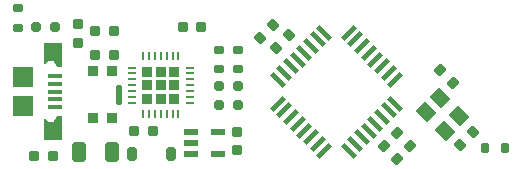
<source format=gbr>
%TF.GenerationSoftware,KiCad,Pcbnew,7.0.2-0*%
%TF.CreationDate,2023-05-15T20:56:50-04:00*%
%TF.ProjectId,mini_arduino_clone,6d696e69-5f61-4726-9475-696e6f5f636c,A*%
%TF.SameCoordinates,Original*%
%TF.FileFunction,Paste,Top*%
%TF.FilePolarity,Positive*%
%FSLAX46Y46*%
G04 Gerber Fmt 4.6, Leading zero omitted, Abs format (unit mm)*
G04 Created by KiCad (PCBNEW 7.0.2-0) date 2023-05-15 20:56:50*
%MOMM*%
%LPD*%
G01*
G04 APERTURE LIST*
G04 Aperture macros list*
%AMRoundRect*
0 Rectangle with rounded corners*
0 $1 Rounding radius*
0 $2 $3 $4 $5 $6 $7 $8 $9 X,Y pos of 4 corners*
0 Add a 4 corners polygon primitive as box body*
4,1,4,$2,$3,$4,$5,$6,$7,$8,$9,$2,$3,0*
0 Add four circle primitives for the rounded corners*
1,1,$1+$1,$2,$3*
1,1,$1+$1,$4,$5*
1,1,$1+$1,$6,$7*
1,1,$1+$1,$8,$9*
0 Add four rect primitives between the rounded corners*
20,1,$1+$1,$2,$3,$4,$5,0*
20,1,$1+$1,$4,$5,$6,$7,0*
20,1,$1+$1,$6,$7,$8,$9,0*
20,1,$1+$1,$8,$9,$2,$3,0*%
%AMRotRect*
0 Rectangle, with rotation*
0 The origin of the aperture is its center*
0 $1 length*
0 $2 width*
0 $3 Rotation angle, in degrees counterclockwise*
0 Add horizontal line*
21,1,$1,$2,0,0,$3*%
%AMFreePoly0*
4,1,12,1.010000,0.370825,0.527062,0.032769,0.510609,0.006951,0.510000,0.000000,0.510000,-0.400000,0.521716,-0.428284,0.760000,-0.666568,0.760000,-0.760000,-1.010000,-0.760000,-1.010000,0.760000,1.010000,0.760000,1.010000,0.370825,1.010000,0.370825,$1*%
%AMFreePoly1*
4,1,12,1.010000,-0.760000,-0.760000,-0.760000,-0.760000,-0.666568,-0.521716,-0.428284,-0.510000,-0.400000,-0.510000,0.000000,-0.521716,0.028284,-0.527062,0.032769,-1.010000,0.370825,-1.010000,0.760000,1.010000,0.760000,1.010000,-0.760000,1.010000,-0.760000,$1*%
G04 Aperture macros list end*
%ADD10RoundRect,0.185000X0.225000X0.375000X-0.225000X0.375000X-0.225000X-0.375000X0.225000X-0.375000X0*%
%ADD11RotRect,1.520000X0.470000X135.000000*%
%ADD12RotRect,1.520000X0.470000X225.000000*%
%ADD13RoundRect,0.185000X0.335876X0.017678X0.017678X0.335876X-0.335876X-0.017678X-0.017678X-0.335876X0*%
%ADD14RoundRect,0.185000X0.225000X0.250000X-0.225000X0.250000X-0.225000X-0.250000X0.225000X-0.250000X0*%
%ADD15RoundRect,0.178750X0.256250X-0.218750X0.256250X0.218750X-0.256250X0.218750X-0.256250X-0.218750X0*%
%ADD16RoundRect,0.185000X-0.017678X0.335876X-0.335876X0.017678X0.017678X-0.335876X0.335876X-0.017678X0*%
%ADD17R,1.270000X0.320000*%
%ADD18FreePoly0,270.000000*%
%ADD19R,1.820000X1.820000*%
%ADD20FreePoly1,270.000000*%
%ADD21RoundRect,0.185000X-0.335876X-0.017678X-0.017678X-0.335876X0.335876X0.017678X0.017678X0.335876X0*%
%ADD22RoundRect,0.210000X-0.250000X0.250000X-0.250000X-0.250000X0.250000X-0.250000X0.250000X0.250000X0*%
%ADD23RoundRect,0.097500X-0.137500X0.712500X-0.137500X-0.712500X0.137500X-0.712500X0.137500X0.712500X0*%
%ADD24RoundRect,0.185000X-0.225000X-0.250000X0.225000X-0.250000X0.225000X0.250000X-0.225000X0.250000X0*%
%ADD25RoundRect,0.225000X-0.225000X0.225000X-0.225000X-0.225000X0.225000X-0.225000X0.225000X0.225000X0*%
%ADD26RoundRect,0.022500X-0.062500X0.337500X-0.062500X-0.337500X0.062500X-0.337500X0.062500X0.337500X0*%
%ADD27RoundRect,0.022500X-0.337500X0.062500X-0.337500X-0.062500X0.337500X-0.062500X0.337500X0.062500X0*%
%ADD28RoundRect,0.185000X-0.250000X0.225000X-0.250000X-0.225000X0.250000X-0.225000X0.250000X0.225000X0*%
%ADD29RoundRect,0.160000X-0.275000X0.200000X-0.275000X-0.200000X0.275000X-0.200000X0.275000X0.200000X0*%
%ADD30RotRect,1.320000X1.120000X315.000000*%
%ADD31RoundRect,0.110000X-0.512500X-0.150000X0.512500X-0.150000X0.512500X0.150000X-0.512500X0.150000X0*%
%ADD32RoundRect,0.210000X-0.375000X-0.625000X0.375000X-0.625000X0.375000X0.625000X-0.375000X0.625000X0*%
%ADD33RoundRect,0.185000X0.017678X-0.335876X0.335876X-0.017678X-0.017678X0.335876X-0.335876X0.017678X0*%
%ADD34RoundRect,0.160000X0.200000X0.275000X-0.200000X0.275000X-0.200000X-0.275000X0.200000X-0.275000X0*%
%ADD35RoundRect,0.178750X0.218750X0.256250X-0.218750X0.256250X-0.218750X-0.256250X0.218750X-0.256250X0*%
G04 APERTURE END LIST*
D10*
%TO.C,D1*%
X14023893Y3727287D03*
X10723893Y3727287D03*
%TD*%
D11*
%TO.C,U101*%
X29066722Y4031897D03*
X29632407Y4597583D03*
X30198093Y5163268D03*
X30763778Y5728953D03*
X31329464Y6294639D03*
X31895149Y6860324D03*
X32460834Y7426010D03*
X33026520Y7991695D03*
D12*
X33026520Y10042305D03*
X32460834Y10607990D03*
X31895149Y11173676D03*
X31329464Y11739361D03*
X30763778Y12305047D03*
X30198093Y12870732D03*
X29632407Y13436417D03*
X29066722Y14002103D03*
D11*
X27016112Y14002103D03*
X26450427Y13436417D03*
X25884741Y12870732D03*
X25319056Y12305047D03*
X24753370Y11739361D03*
X24187685Y11173676D03*
X23622000Y10607990D03*
X23056314Y10042305D03*
D12*
X23056314Y7991695D03*
X23622000Y7426010D03*
X24187685Y6860324D03*
X24753370Y6294639D03*
X25319056Y5728953D03*
X25884741Y5163268D03*
X26450427Y4597583D03*
X27016112Y4031897D03*
%TD*%
D13*
%TO.C,C107*%
X37940901Y9732479D03*
X36844885Y10828495D03*
%TD*%
D14*
%TO.C,C102*%
X4004893Y3549487D03*
X2454893Y3549487D03*
%TD*%
D15*
%TO.C,D101*%
X18088893Y7904987D03*
X18088893Y9479987D03*
%TD*%
D16*
%TO.C,C101*%
X24047101Y13774895D03*
X22951085Y12678879D03*
%TD*%
D17*
%TO.C,J101*%
X4190000Y10317000D03*
X4190000Y9667000D03*
X4190000Y9017000D03*
X4190000Y8367000D03*
X4190000Y7717000D03*
D18*
X4065000Y12117000D03*
D19*
X1515000Y10217000D03*
X1515000Y7817000D03*
D20*
X4065000Y5917000D03*
%TD*%
D21*
%TO.C,C103*%
X33161885Y5494495D03*
X34257901Y4398479D03*
%TD*%
D22*
%TO.C,SW101*%
X9059093Y10756487D03*
X9059093Y6756487D03*
X7459093Y10756487D03*
X7459093Y6756487D03*
D23*
X9634093Y8756487D03*
%TD*%
D24*
%TO.C,C201*%
X10938493Y5657687D03*
X12488493Y5657687D03*
%TD*%
D25*
%TO.C,U301*%
X14279893Y10675487D03*
X13159893Y10675487D03*
X12039893Y10675487D03*
X14279893Y9555487D03*
X13159893Y9555487D03*
X12039893Y9555487D03*
X14279893Y8435487D03*
X13159893Y8435487D03*
X12039893Y8435487D03*
D26*
X14659893Y12005487D03*
X14159893Y12005487D03*
X13659893Y12005487D03*
X13159893Y12005487D03*
X12659893Y12005487D03*
X12159893Y12005487D03*
X11659893Y12005487D03*
D27*
X10709893Y11055487D03*
X10709893Y10555487D03*
X10709893Y10055487D03*
X10709893Y9555487D03*
X10709893Y9055487D03*
X10709893Y8555487D03*
X10709893Y8055487D03*
D26*
X11659893Y7105487D03*
X12159893Y7105487D03*
X12659893Y7105487D03*
X13159893Y7105487D03*
X13659893Y7105487D03*
X14159893Y7105487D03*
X14659893Y7105487D03*
D27*
X15609893Y8055487D03*
X15609893Y8555487D03*
X15609893Y9055487D03*
X15609893Y9555487D03*
X15609893Y10055487D03*
X15609893Y10555487D03*
X15609893Y11055487D03*
%TD*%
D28*
%TO.C,C303*%
X6176293Y14713087D03*
X6176293Y13163087D03*
%TD*%
D29*
%TO.C,R106*%
X1045493Y16083887D03*
X1045493Y14433887D03*
%TD*%
D30*
%TO.C,Y101*%
X35633035Y7282264D03*
X37188670Y5726629D03*
X38390751Y6928710D03*
X36835116Y8484345D03*
%TD*%
D29*
%TO.C,R104*%
X18088893Y12565487D03*
X18088893Y10915487D03*
%TD*%
D31*
%TO.C,U201*%
X15706793Y5642487D03*
X15706793Y4692487D03*
X15706793Y3742487D03*
X17981793Y3742487D03*
X17981793Y5642487D03*
%TD*%
D24*
%TO.C,C108*%
X15027893Y14471487D03*
X16577893Y14471487D03*
%TD*%
D16*
%TO.C,C104*%
X22700901Y14638495D03*
X21604885Y13542479D03*
%TD*%
D14*
%TO.C,C302*%
X9186493Y12134687D03*
X7636493Y12134687D03*
%TD*%
%TO.C,C301*%
X9186493Y14192087D03*
X7636493Y14192087D03*
%TD*%
D15*
%TO.C,D102*%
X19739893Y7904987D03*
X19739893Y9479987D03*
%TD*%
D32*
%TO.C,F101*%
X6274893Y3930487D03*
X9074893Y3930487D03*
%TD*%
D33*
%TO.C,C105*%
X38495885Y4525479D03*
X39591901Y5621495D03*
%TD*%
D28*
%TO.C,C202*%
X19638293Y5594487D03*
X19638293Y4044487D03*
%TD*%
D29*
%TO.C,R105*%
X19739893Y12565487D03*
X19739893Y10915487D03*
%TD*%
D34*
%TO.C,R103*%
X42307293Y4235287D03*
X40657293Y4235287D03*
%TD*%
D21*
%TO.C,C106*%
X32095085Y4427695D03*
X33191101Y3331679D03*
%TD*%
D35*
%TO.C,D103*%
X4169793Y14496887D03*
X2594793Y14496887D03*
%TD*%
M02*

</source>
